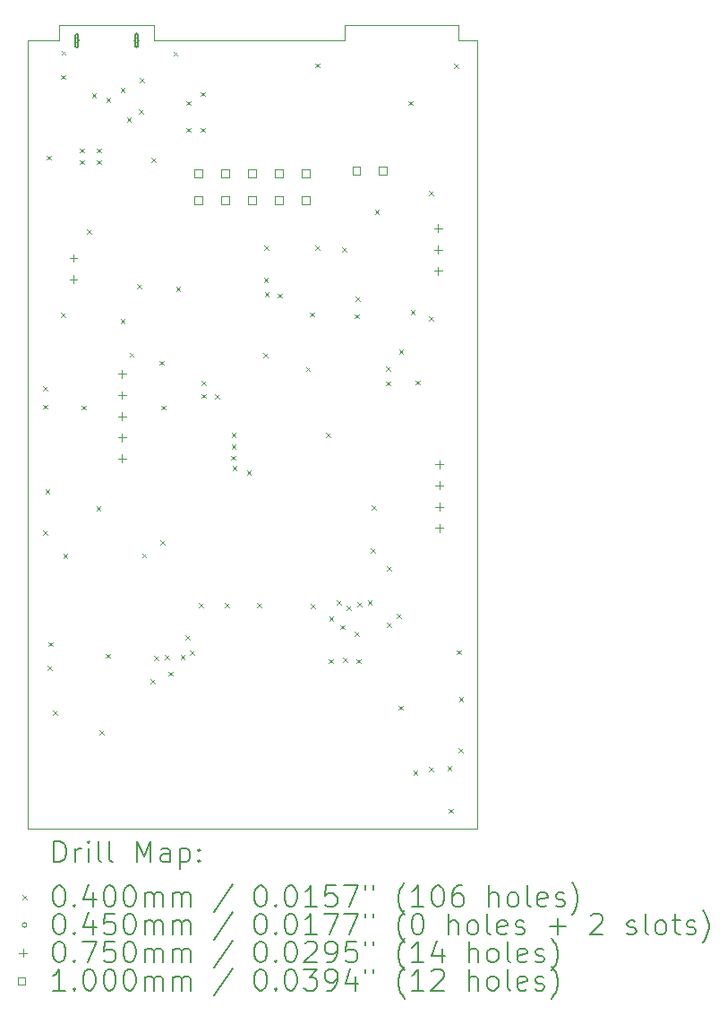
<source format=gbr>
%FSLAX45Y45*%
G04 Gerber Fmt 4.5, Leading zero omitted, Abs format (unit mm)*
G04 Created by KiCad (PCBNEW 6.0.5+dfsg-1) date 2022-06-12 19:50:50*
%MOMM*%
%LPD*%
G01*
G04 APERTURE LIST*
%TA.AperFunction,Profile*%
%ADD10C,0.100000*%
%TD*%
%ADD11C,0.200000*%
%ADD12C,0.040000*%
%ADD13C,0.045000*%
%ADD14C,0.075000*%
%ADD15C,0.100000*%
G04 APERTURE END LIST*
D10*
X18000000Y-3850000D02*
X19075000Y-3850000D01*
X18000000Y-3850000D02*
X18000000Y-4000000D01*
X15300000Y-4000000D02*
X15300000Y-3850000D01*
X19075000Y-4000000D02*
X19075000Y-3850000D01*
X15000000Y-4000000D02*
X15000000Y-11450000D01*
X19250000Y-4000000D02*
X19075000Y-4000000D01*
X15300000Y-3850000D02*
X16200000Y-3850000D01*
X15000000Y-4000000D02*
X15300000Y-4000000D01*
X15000000Y-11450000D02*
X19250000Y-11450000D01*
X16200000Y-4000000D02*
X18000000Y-4000000D01*
X19250000Y-11450000D02*
X19250000Y-4000000D01*
X16200000Y-3850000D02*
X16200000Y-4000000D01*
D11*
D12*
X15150000Y-7270000D02*
X15190000Y-7310000D01*
X15190000Y-7270000D02*
X15150000Y-7310000D01*
X15150000Y-7440000D02*
X15190000Y-7480000D01*
X15190000Y-7440000D02*
X15150000Y-7480000D01*
X15150000Y-8630000D02*
X15190000Y-8670000D01*
X15190000Y-8630000D02*
X15150000Y-8670000D01*
X15170000Y-8240000D02*
X15210000Y-8280000D01*
X15210000Y-8240000D02*
X15170000Y-8280000D01*
X15185000Y-5087500D02*
X15225000Y-5127500D01*
X15225000Y-5087500D02*
X15185000Y-5127500D01*
X15190000Y-9910000D02*
X15230000Y-9950000D01*
X15230000Y-9910000D02*
X15190000Y-9950000D01*
X15200000Y-9685000D02*
X15240000Y-9725000D01*
X15240000Y-9685000D02*
X15200000Y-9725000D01*
X15238750Y-10333750D02*
X15278750Y-10373750D01*
X15278750Y-10333750D02*
X15238750Y-10373750D01*
X15315000Y-4325000D02*
X15355000Y-4365000D01*
X15355000Y-4325000D02*
X15315000Y-4365000D01*
X15320000Y-6570000D02*
X15360000Y-6610000D01*
X15360000Y-6570000D02*
X15320000Y-6610000D01*
X15322773Y-4095310D02*
X15362773Y-4135310D01*
X15362773Y-4095310D02*
X15322773Y-4135310D01*
X15340000Y-8850000D02*
X15380000Y-8890000D01*
X15380000Y-8850000D02*
X15340000Y-8890000D01*
X15495000Y-5020000D02*
X15535000Y-5060000D01*
X15535000Y-5020000D02*
X15495000Y-5060000D01*
X15495000Y-5130000D02*
X15535000Y-5170000D01*
X15535000Y-5130000D02*
X15495000Y-5170000D01*
X15510000Y-7450000D02*
X15550000Y-7490000D01*
X15550000Y-7450000D02*
X15510000Y-7490000D01*
X15565000Y-5785000D02*
X15605000Y-5825000D01*
X15605000Y-5785000D02*
X15565000Y-5825000D01*
X15610179Y-4498393D02*
X15650179Y-4538393D01*
X15650179Y-4498393D02*
X15610179Y-4538393D01*
X15651511Y-8399051D02*
X15691511Y-8439051D01*
X15691511Y-8399051D02*
X15651511Y-8439051D01*
X15655000Y-5020000D02*
X15695000Y-5060000D01*
X15695000Y-5020000D02*
X15655000Y-5060000D01*
X15655000Y-5130000D02*
X15695000Y-5170000D01*
X15695000Y-5130000D02*
X15655000Y-5170000D01*
X15680000Y-10520000D02*
X15720000Y-10560000D01*
X15720000Y-10520000D02*
X15680000Y-10560000D01*
X15740000Y-9795000D02*
X15780000Y-9835000D01*
X15780000Y-9795000D02*
X15740000Y-9835000D01*
X15746270Y-4538730D02*
X15786270Y-4578730D01*
X15786270Y-4538730D02*
X15746270Y-4578730D01*
X15879730Y-4447270D02*
X15919730Y-4487270D01*
X15919730Y-4447270D02*
X15879730Y-4487270D01*
X15880000Y-6630000D02*
X15920000Y-6670000D01*
X15920000Y-6630000D02*
X15880000Y-6670000D01*
X15940000Y-4730000D02*
X15980000Y-4770000D01*
X15980000Y-4730000D02*
X15940000Y-4770000D01*
X15965000Y-6950000D02*
X16005000Y-6990000D01*
X16005000Y-6950000D02*
X15965000Y-6990000D01*
X16035000Y-6300000D02*
X16075000Y-6340000D01*
X16075000Y-6300000D02*
X16035000Y-6340000D01*
X16055000Y-4650000D02*
X16095000Y-4690000D01*
X16095000Y-4650000D02*
X16055000Y-4690000D01*
X16065000Y-4355000D02*
X16105000Y-4395000D01*
X16105000Y-4355000D02*
X16065000Y-4395000D01*
X16085000Y-8845000D02*
X16125000Y-8885000D01*
X16125000Y-8845000D02*
X16085000Y-8885000D01*
X16167116Y-10036399D02*
X16207116Y-10076399D01*
X16207116Y-10036399D02*
X16167116Y-10076399D01*
X16170000Y-5107500D02*
X16210000Y-5147500D01*
X16210000Y-5107500D02*
X16170000Y-5147500D01*
X16197590Y-9818384D02*
X16237590Y-9858384D01*
X16237590Y-9818384D02*
X16197590Y-9858384D01*
X16250000Y-7025000D02*
X16290000Y-7065000D01*
X16290000Y-7025000D02*
X16250000Y-7065000D01*
X16255000Y-8725000D02*
X16295000Y-8765000D01*
X16295000Y-8725000D02*
X16255000Y-8765000D01*
X16265000Y-7450000D02*
X16305000Y-7490000D01*
X16305000Y-7450000D02*
X16265000Y-7490000D01*
X16300000Y-9810000D02*
X16340000Y-9850000D01*
X16340000Y-9810000D02*
X16300000Y-9850000D01*
X16335278Y-9963949D02*
X16375278Y-10003949D01*
X16375278Y-9963949D02*
X16335278Y-10003949D01*
X16380000Y-4105000D02*
X16420000Y-4145000D01*
X16420000Y-4105000D02*
X16380000Y-4145000D01*
X16405000Y-6330000D02*
X16445000Y-6370000D01*
X16445000Y-6330000D02*
X16405000Y-6370000D01*
X16448093Y-9808273D02*
X16488093Y-9848273D01*
X16488093Y-9808273D02*
X16448093Y-9848273D01*
X16495000Y-9620000D02*
X16535000Y-9660000D01*
X16535000Y-9620000D02*
X16495000Y-9660000D01*
X16505000Y-4570000D02*
X16545000Y-4610000D01*
X16545000Y-4570000D02*
X16505000Y-4610000D01*
X16505000Y-4825000D02*
X16545000Y-4865000D01*
X16545000Y-4825000D02*
X16505000Y-4865000D01*
X16538770Y-9766230D02*
X16578770Y-9806230D01*
X16578770Y-9766230D02*
X16538770Y-9806230D01*
X16620000Y-9315000D02*
X16660000Y-9355000D01*
X16660000Y-9315000D02*
X16620000Y-9355000D01*
X16640000Y-4485000D02*
X16680000Y-4525000D01*
X16680000Y-4485000D02*
X16640000Y-4525000D01*
X16640000Y-4825000D02*
X16680000Y-4865000D01*
X16680000Y-4825000D02*
X16640000Y-4865000D01*
X16645000Y-7215000D02*
X16685000Y-7255000D01*
X16685000Y-7215000D02*
X16645000Y-7255000D01*
X16645000Y-7340000D02*
X16685000Y-7380000D01*
X16685000Y-7340000D02*
X16645000Y-7380000D01*
X16775000Y-7345000D02*
X16815000Y-7385000D01*
X16815000Y-7345000D02*
X16775000Y-7385000D01*
X16870000Y-9315000D02*
X16910000Y-9355000D01*
X16910000Y-9315000D02*
X16870000Y-9355000D01*
X16928211Y-7923197D02*
X16968211Y-7963197D01*
X16968211Y-7923197D02*
X16928211Y-7963197D01*
X16930000Y-7710000D02*
X16970000Y-7750000D01*
X16970000Y-7710000D02*
X16930000Y-7750000D01*
X16930000Y-7820000D02*
X16970000Y-7860000D01*
X16970000Y-7820000D02*
X16930000Y-7860000D01*
X16938655Y-8022600D02*
X16978655Y-8062600D01*
X16978655Y-8022600D02*
X16938655Y-8062600D01*
X17075000Y-8060000D02*
X17115000Y-8100000D01*
X17115000Y-8060000D02*
X17075000Y-8100000D01*
X17170000Y-9315000D02*
X17210000Y-9355000D01*
X17210000Y-9315000D02*
X17170000Y-9355000D01*
X17231230Y-6956230D02*
X17271230Y-6996230D01*
X17271230Y-6956230D02*
X17231230Y-6996230D01*
X17235000Y-6245000D02*
X17275000Y-6285000D01*
X17275000Y-6245000D02*
X17235000Y-6285000D01*
X17242550Y-5935000D02*
X17282550Y-5975000D01*
X17282550Y-5935000D02*
X17242550Y-5975000D01*
X17245000Y-6380000D02*
X17285000Y-6420000D01*
X17285000Y-6380000D02*
X17245000Y-6420000D01*
X17365000Y-6390000D02*
X17405000Y-6430000D01*
X17405000Y-6390000D02*
X17365000Y-6430000D01*
X17632500Y-7084433D02*
X17672500Y-7124433D01*
X17672500Y-7084433D02*
X17632500Y-7124433D01*
X17671401Y-6568861D02*
X17711401Y-6608861D01*
X17711401Y-6568861D02*
X17671401Y-6608861D01*
X17680000Y-9325000D02*
X17720000Y-9365000D01*
X17720000Y-9325000D02*
X17680000Y-9365000D01*
X17720000Y-4215000D02*
X17760000Y-4255000D01*
X17760000Y-4215000D02*
X17720000Y-4255000D01*
X17720000Y-5935000D02*
X17760000Y-5975000D01*
X17760000Y-5935000D02*
X17720000Y-5975000D01*
X17825000Y-7705000D02*
X17865000Y-7745000D01*
X17865000Y-7705000D02*
X17825000Y-7745000D01*
X17850000Y-9845000D02*
X17890000Y-9885000D01*
X17890000Y-9845000D02*
X17850000Y-9885000D01*
X17852500Y-9442500D02*
X17892500Y-9482500D01*
X17892500Y-9442500D02*
X17852500Y-9482500D01*
X17925000Y-9290000D02*
X17965000Y-9330000D01*
X17965000Y-9290000D02*
X17925000Y-9330000D01*
X17958441Y-9522450D02*
X17998441Y-9562450D01*
X17998441Y-9522450D02*
X17958441Y-9562450D01*
X17974852Y-5952833D02*
X18014852Y-5992833D01*
X18014852Y-5952833D02*
X17974852Y-5992833D01*
X17985000Y-9835000D02*
X18025000Y-9875000D01*
X18025000Y-9835000D02*
X17985000Y-9875000D01*
X18020000Y-9340000D02*
X18060000Y-9380000D01*
X18060000Y-9340000D02*
X18020000Y-9380000D01*
X18095000Y-6585000D02*
X18135000Y-6625000D01*
X18135000Y-6585000D02*
X18095000Y-6625000D01*
X18095000Y-9585000D02*
X18135000Y-9625000D01*
X18135000Y-9585000D02*
X18095000Y-9625000D01*
X18105000Y-6422500D02*
X18145000Y-6462500D01*
X18145000Y-6422500D02*
X18105000Y-6462500D01*
X18110000Y-9845000D02*
X18150000Y-9885000D01*
X18150000Y-9845000D02*
X18110000Y-9885000D01*
X18120000Y-9305000D02*
X18160000Y-9345000D01*
X18160000Y-9305000D02*
X18120000Y-9345000D01*
X18218448Y-9287737D02*
X18258448Y-9327737D01*
X18258448Y-9287737D02*
X18218448Y-9327737D01*
X18250000Y-8800000D02*
X18290000Y-8840000D01*
X18290000Y-8800000D02*
X18250000Y-8840000D01*
X18255000Y-8395000D02*
X18295000Y-8435000D01*
X18295000Y-8395000D02*
X18255000Y-8435000D01*
X18285000Y-5600000D02*
X18325000Y-5640000D01*
X18325000Y-5600000D02*
X18285000Y-5640000D01*
X18390000Y-7080000D02*
X18430000Y-7120000D01*
X18430000Y-7080000D02*
X18390000Y-7120000D01*
X18390000Y-7220000D02*
X18430000Y-7260000D01*
X18430000Y-7220000D02*
X18390000Y-7260000D01*
X18397401Y-9500000D02*
X18437401Y-9540000D01*
X18437401Y-9500000D02*
X18397401Y-9540000D01*
X18400000Y-8970000D02*
X18440000Y-9010000D01*
X18440000Y-8970000D02*
X18400000Y-9010000D01*
X18495000Y-9415000D02*
X18535000Y-9455000D01*
X18535000Y-9415000D02*
X18495000Y-9455000D01*
X18510000Y-10285000D02*
X18550000Y-10325000D01*
X18550000Y-10285000D02*
X18510000Y-10325000D01*
X18512937Y-6917379D02*
X18552937Y-6957379D01*
X18552937Y-6917379D02*
X18512937Y-6957379D01*
X18600000Y-4570000D02*
X18640000Y-4610000D01*
X18640000Y-4570000D02*
X18600000Y-4610000D01*
X18625000Y-6550000D02*
X18665000Y-6590000D01*
X18665000Y-6550000D02*
X18625000Y-6590000D01*
X18650000Y-10900000D02*
X18690000Y-10940000D01*
X18690000Y-10900000D02*
X18650000Y-10940000D01*
X18672450Y-7212003D02*
X18712450Y-7252003D01*
X18712450Y-7212003D02*
X18672450Y-7252003D01*
X18794841Y-5421086D02*
X18834841Y-5461086D01*
X18834841Y-5421086D02*
X18794841Y-5461086D01*
X18794952Y-6608595D02*
X18834952Y-6648595D01*
X18834952Y-6608595D02*
X18794952Y-6648595D01*
X18800000Y-10865000D02*
X18840000Y-10905000D01*
X18840000Y-10865000D02*
X18800000Y-10905000D01*
X18970000Y-10855000D02*
X19010000Y-10895000D01*
X19010000Y-10855000D02*
X18970000Y-10895000D01*
X18985000Y-11260000D02*
X19025000Y-11300000D01*
X19025000Y-11260000D02*
X18985000Y-11300000D01*
X19035000Y-4220000D02*
X19075000Y-4260000D01*
X19075000Y-4220000D02*
X19035000Y-4260000D01*
X19060000Y-9760000D02*
X19100000Y-9800000D01*
X19100000Y-9760000D02*
X19060000Y-9800000D01*
X19080000Y-10685000D02*
X19120000Y-10725000D01*
X19120000Y-10685000D02*
X19080000Y-10725000D01*
X19080525Y-10206409D02*
X19120525Y-10246409D01*
X19120525Y-10206409D02*
X19080525Y-10246409D01*
D13*
X15490000Y-4000000D02*
G75*
G03*
X15490000Y-4000000I-22500J0D01*
G01*
D11*
X15455000Y-3945000D02*
X15455000Y-4055000D01*
X15480000Y-3945000D02*
X15480000Y-4055000D01*
X15455000Y-4055000D02*
G75*
G03*
X15480000Y-4055000I12500J0D01*
G01*
X15480000Y-3945000D02*
G75*
G03*
X15455000Y-3945000I-12500J0D01*
G01*
D13*
X16055000Y-4000000D02*
G75*
G03*
X16055000Y-4000000I-22500J0D01*
G01*
D11*
X16020000Y-3945000D02*
X16020000Y-4055000D01*
X16045000Y-3945000D02*
X16045000Y-4055000D01*
X16020000Y-4055000D02*
G75*
G03*
X16045000Y-4055000I12500J0D01*
G01*
X16045000Y-3945000D02*
G75*
G03*
X16020000Y-3945000I-12500J0D01*
G01*
D14*
X15435000Y-6017500D02*
X15435000Y-6092500D01*
X15397500Y-6055000D02*
X15472500Y-6055000D01*
X15435000Y-6217500D02*
X15435000Y-6292500D01*
X15397500Y-6255000D02*
X15472500Y-6255000D01*
X15895000Y-7112500D02*
X15895000Y-7187500D01*
X15857500Y-7150000D02*
X15932500Y-7150000D01*
X15895000Y-7312500D02*
X15895000Y-7387500D01*
X15857500Y-7350000D02*
X15932500Y-7350000D01*
X15895000Y-7512500D02*
X15895000Y-7587500D01*
X15857500Y-7550000D02*
X15932500Y-7550000D01*
X15895000Y-7712500D02*
X15895000Y-7787500D01*
X15857500Y-7750000D02*
X15932500Y-7750000D01*
X15895000Y-7912500D02*
X15895000Y-7987500D01*
X15857500Y-7950000D02*
X15932500Y-7950000D01*
X18885000Y-5737500D02*
X18885000Y-5812500D01*
X18847500Y-5775000D02*
X18922500Y-5775000D01*
X18885000Y-5937500D02*
X18885000Y-6012500D01*
X18847500Y-5975000D02*
X18922500Y-5975000D01*
X18885000Y-6137500D02*
X18885000Y-6212500D01*
X18847500Y-6175000D02*
X18922500Y-6175000D01*
X18895000Y-7967500D02*
X18895000Y-8042500D01*
X18857500Y-8005000D02*
X18932500Y-8005000D01*
X18895000Y-8167500D02*
X18895000Y-8242500D01*
X18857500Y-8205000D02*
X18932500Y-8205000D01*
X18895000Y-8367500D02*
X18895000Y-8442500D01*
X18857500Y-8405000D02*
X18932500Y-8405000D01*
X18895000Y-8567500D02*
X18895000Y-8642500D01*
X18857500Y-8605000D02*
X18932500Y-8605000D01*
D15*
X16652356Y-5291356D02*
X16652356Y-5220644D01*
X16581644Y-5220644D01*
X16581644Y-5291356D01*
X16652356Y-5291356D01*
X16652356Y-5545356D02*
X16652356Y-5474644D01*
X16581644Y-5474644D01*
X16581644Y-5545356D01*
X16652356Y-5545356D01*
X16906356Y-5291356D02*
X16906356Y-5220644D01*
X16835644Y-5220644D01*
X16835644Y-5291356D01*
X16906356Y-5291356D01*
X16906356Y-5545356D02*
X16906356Y-5474644D01*
X16835644Y-5474644D01*
X16835644Y-5545356D01*
X16906356Y-5545356D01*
X17160356Y-5291356D02*
X17160356Y-5220644D01*
X17089644Y-5220644D01*
X17089644Y-5291356D01*
X17160356Y-5291356D01*
X17160356Y-5545356D02*
X17160356Y-5474644D01*
X17089644Y-5474644D01*
X17089644Y-5545356D01*
X17160356Y-5545356D01*
X17414356Y-5291356D02*
X17414356Y-5220644D01*
X17343644Y-5220644D01*
X17343644Y-5291356D01*
X17414356Y-5291356D01*
X17414356Y-5545356D02*
X17414356Y-5474644D01*
X17343644Y-5474644D01*
X17343644Y-5545356D01*
X17414356Y-5545356D01*
X17668356Y-5291356D02*
X17668356Y-5220644D01*
X17597644Y-5220644D01*
X17597644Y-5291356D01*
X17668356Y-5291356D01*
X17668356Y-5545356D02*
X17668356Y-5474644D01*
X17597644Y-5474644D01*
X17597644Y-5545356D01*
X17668356Y-5545356D01*
X18145356Y-5265356D02*
X18145356Y-5194644D01*
X18074644Y-5194644D01*
X18074644Y-5265356D01*
X18145356Y-5265356D01*
X18395356Y-5265356D02*
X18395356Y-5194644D01*
X18324644Y-5194644D01*
X18324644Y-5265356D01*
X18395356Y-5265356D01*
D11*
X15252619Y-11765476D02*
X15252619Y-11565476D01*
X15300238Y-11565476D01*
X15328809Y-11575000D01*
X15347857Y-11594048D01*
X15357381Y-11613095D01*
X15366905Y-11651190D01*
X15366905Y-11679762D01*
X15357381Y-11717857D01*
X15347857Y-11736905D01*
X15328809Y-11755952D01*
X15300238Y-11765476D01*
X15252619Y-11765476D01*
X15452619Y-11765476D02*
X15452619Y-11632143D01*
X15452619Y-11670238D02*
X15462143Y-11651190D01*
X15471667Y-11641667D01*
X15490714Y-11632143D01*
X15509762Y-11632143D01*
X15576428Y-11765476D02*
X15576428Y-11632143D01*
X15576428Y-11565476D02*
X15566905Y-11575000D01*
X15576428Y-11584524D01*
X15585952Y-11575000D01*
X15576428Y-11565476D01*
X15576428Y-11584524D01*
X15700238Y-11765476D02*
X15681190Y-11755952D01*
X15671667Y-11736905D01*
X15671667Y-11565476D01*
X15805000Y-11765476D02*
X15785952Y-11755952D01*
X15776428Y-11736905D01*
X15776428Y-11565476D01*
X16033571Y-11765476D02*
X16033571Y-11565476D01*
X16100238Y-11708333D01*
X16166905Y-11565476D01*
X16166905Y-11765476D01*
X16347857Y-11765476D02*
X16347857Y-11660714D01*
X16338333Y-11641667D01*
X16319286Y-11632143D01*
X16281190Y-11632143D01*
X16262143Y-11641667D01*
X16347857Y-11755952D02*
X16328809Y-11765476D01*
X16281190Y-11765476D01*
X16262143Y-11755952D01*
X16252619Y-11736905D01*
X16252619Y-11717857D01*
X16262143Y-11698809D01*
X16281190Y-11689286D01*
X16328809Y-11689286D01*
X16347857Y-11679762D01*
X16443095Y-11632143D02*
X16443095Y-11832143D01*
X16443095Y-11641667D02*
X16462143Y-11632143D01*
X16500238Y-11632143D01*
X16519286Y-11641667D01*
X16528809Y-11651190D01*
X16538333Y-11670238D01*
X16538333Y-11727381D01*
X16528809Y-11746428D01*
X16519286Y-11755952D01*
X16500238Y-11765476D01*
X16462143Y-11765476D01*
X16443095Y-11755952D01*
X16624048Y-11746428D02*
X16633571Y-11755952D01*
X16624048Y-11765476D01*
X16614524Y-11755952D01*
X16624048Y-11746428D01*
X16624048Y-11765476D01*
X16624048Y-11641667D02*
X16633571Y-11651190D01*
X16624048Y-11660714D01*
X16614524Y-11651190D01*
X16624048Y-11641667D01*
X16624048Y-11660714D01*
D12*
X14955000Y-12075000D02*
X14995000Y-12115000D01*
X14995000Y-12075000D02*
X14955000Y-12115000D01*
D11*
X15290714Y-11985476D02*
X15309762Y-11985476D01*
X15328809Y-11995000D01*
X15338333Y-12004524D01*
X15347857Y-12023571D01*
X15357381Y-12061667D01*
X15357381Y-12109286D01*
X15347857Y-12147381D01*
X15338333Y-12166428D01*
X15328809Y-12175952D01*
X15309762Y-12185476D01*
X15290714Y-12185476D01*
X15271667Y-12175952D01*
X15262143Y-12166428D01*
X15252619Y-12147381D01*
X15243095Y-12109286D01*
X15243095Y-12061667D01*
X15252619Y-12023571D01*
X15262143Y-12004524D01*
X15271667Y-11995000D01*
X15290714Y-11985476D01*
X15443095Y-12166428D02*
X15452619Y-12175952D01*
X15443095Y-12185476D01*
X15433571Y-12175952D01*
X15443095Y-12166428D01*
X15443095Y-12185476D01*
X15624048Y-12052143D02*
X15624048Y-12185476D01*
X15576428Y-11975952D02*
X15528809Y-12118809D01*
X15652619Y-12118809D01*
X15766905Y-11985476D02*
X15785952Y-11985476D01*
X15805000Y-11995000D01*
X15814524Y-12004524D01*
X15824048Y-12023571D01*
X15833571Y-12061667D01*
X15833571Y-12109286D01*
X15824048Y-12147381D01*
X15814524Y-12166428D01*
X15805000Y-12175952D01*
X15785952Y-12185476D01*
X15766905Y-12185476D01*
X15747857Y-12175952D01*
X15738333Y-12166428D01*
X15728809Y-12147381D01*
X15719286Y-12109286D01*
X15719286Y-12061667D01*
X15728809Y-12023571D01*
X15738333Y-12004524D01*
X15747857Y-11995000D01*
X15766905Y-11985476D01*
X15957381Y-11985476D02*
X15976428Y-11985476D01*
X15995476Y-11995000D01*
X16005000Y-12004524D01*
X16014524Y-12023571D01*
X16024048Y-12061667D01*
X16024048Y-12109286D01*
X16014524Y-12147381D01*
X16005000Y-12166428D01*
X15995476Y-12175952D01*
X15976428Y-12185476D01*
X15957381Y-12185476D01*
X15938333Y-12175952D01*
X15928809Y-12166428D01*
X15919286Y-12147381D01*
X15909762Y-12109286D01*
X15909762Y-12061667D01*
X15919286Y-12023571D01*
X15928809Y-12004524D01*
X15938333Y-11995000D01*
X15957381Y-11985476D01*
X16109762Y-12185476D02*
X16109762Y-12052143D01*
X16109762Y-12071190D02*
X16119286Y-12061667D01*
X16138333Y-12052143D01*
X16166905Y-12052143D01*
X16185952Y-12061667D01*
X16195476Y-12080714D01*
X16195476Y-12185476D01*
X16195476Y-12080714D02*
X16205000Y-12061667D01*
X16224048Y-12052143D01*
X16252619Y-12052143D01*
X16271667Y-12061667D01*
X16281190Y-12080714D01*
X16281190Y-12185476D01*
X16376428Y-12185476D02*
X16376428Y-12052143D01*
X16376428Y-12071190D02*
X16385952Y-12061667D01*
X16405000Y-12052143D01*
X16433571Y-12052143D01*
X16452619Y-12061667D01*
X16462143Y-12080714D01*
X16462143Y-12185476D01*
X16462143Y-12080714D02*
X16471667Y-12061667D01*
X16490714Y-12052143D01*
X16519286Y-12052143D01*
X16538333Y-12061667D01*
X16547857Y-12080714D01*
X16547857Y-12185476D01*
X16938333Y-11975952D02*
X16766905Y-12233095D01*
X17195476Y-11985476D02*
X17214524Y-11985476D01*
X17233571Y-11995000D01*
X17243095Y-12004524D01*
X17252619Y-12023571D01*
X17262143Y-12061667D01*
X17262143Y-12109286D01*
X17252619Y-12147381D01*
X17243095Y-12166428D01*
X17233571Y-12175952D01*
X17214524Y-12185476D01*
X17195476Y-12185476D01*
X17176429Y-12175952D01*
X17166905Y-12166428D01*
X17157381Y-12147381D01*
X17147857Y-12109286D01*
X17147857Y-12061667D01*
X17157381Y-12023571D01*
X17166905Y-12004524D01*
X17176429Y-11995000D01*
X17195476Y-11985476D01*
X17347857Y-12166428D02*
X17357381Y-12175952D01*
X17347857Y-12185476D01*
X17338333Y-12175952D01*
X17347857Y-12166428D01*
X17347857Y-12185476D01*
X17481190Y-11985476D02*
X17500238Y-11985476D01*
X17519286Y-11995000D01*
X17528810Y-12004524D01*
X17538333Y-12023571D01*
X17547857Y-12061667D01*
X17547857Y-12109286D01*
X17538333Y-12147381D01*
X17528810Y-12166428D01*
X17519286Y-12175952D01*
X17500238Y-12185476D01*
X17481190Y-12185476D01*
X17462143Y-12175952D01*
X17452619Y-12166428D01*
X17443095Y-12147381D01*
X17433571Y-12109286D01*
X17433571Y-12061667D01*
X17443095Y-12023571D01*
X17452619Y-12004524D01*
X17462143Y-11995000D01*
X17481190Y-11985476D01*
X17738333Y-12185476D02*
X17624048Y-12185476D01*
X17681190Y-12185476D02*
X17681190Y-11985476D01*
X17662143Y-12014048D01*
X17643095Y-12033095D01*
X17624048Y-12042619D01*
X17919286Y-11985476D02*
X17824048Y-11985476D01*
X17814524Y-12080714D01*
X17824048Y-12071190D01*
X17843095Y-12061667D01*
X17890714Y-12061667D01*
X17909762Y-12071190D01*
X17919286Y-12080714D01*
X17928810Y-12099762D01*
X17928810Y-12147381D01*
X17919286Y-12166428D01*
X17909762Y-12175952D01*
X17890714Y-12185476D01*
X17843095Y-12185476D01*
X17824048Y-12175952D01*
X17814524Y-12166428D01*
X17995476Y-11985476D02*
X18128810Y-11985476D01*
X18043095Y-12185476D01*
X18195476Y-11985476D02*
X18195476Y-12023571D01*
X18271667Y-11985476D02*
X18271667Y-12023571D01*
X18566905Y-12261667D02*
X18557381Y-12252143D01*
X18538333Y-12223571D01*
X18528810Y-12204524D01*
X18519286Y-12175952D01*
X18509762Y-12128333D01*
X18509762Y-12090238D01*
X18519286Y-12042619D01*
X18528810Y-12014048D01*
X18538333Y-11995000D01*
X18557381Y-11966428D01*
X18566905Y-11956905D01*
X18747857Y-12185476D02*
X18633571Y-12185476D01*
X18690714Y-12185476D02*
X18690714Y-11985476D01*
X18671667Y-12014048D01*
X18652619Y-12033095D01*
X18633571Y-12042619D01*
X18871667Y-11985476D02*
X18890714Y-11985476D01*
X18909762Y-11995000D01*
X18919286Y-12004524D01*
X18928810Y-12023571D01*
X18938333Y-12061667D01*
X18938333Y-12109286D01*
X18928810Y-12147381D01*
X18919286Y-12166428D01*
X18909762Y-12175952D01*
X18890714Y-12185476D01*
X18871667Y-12185476D01*
X18852619Y-12175952D01*
X18843095Y-12166428D01*
X18833571Y-12147381D01*
X18824048Y-12109286D01*
X18824048Y-12061667D01*
X18833571Y-12023571D01*
X18843095Y-12004524D01*
X18852619Y-11995000D01*
X18871667Y-11985476D01*
X19109762Y-11985476D02*
X19071667Y-11985476D01*
X19052619Y-11995000D01*
X19043095Y-12004524D01*
X19024048Y-12033095D01*
X19014524Y-12071190D01*
X19014524Y-12147381D01*
X19024048Y-12166428D01*
X19033571Y-12175952D01*
X19052619Y-12185476D01*
X19090714Y-12185476D01*
X19109762Y-12175952D01*
X19119286Y-12166428D01*
X19128810Y-12147381D01*
X19128810Y-12099762D01*
X19119286Y-12080714D01*
X19109762Y-12071190D01*
X19090714Y-12061667D01*
X19052619Y-12061667D01*
X19033571Y-12071190D01*
X19024048Y-12080714D01*
X19014524Y-12099762D01*
X19366905Y-12185476D02*
X19366905Y-11985476D01*
X19452619Y-12185476D02*
X19452619Y-12080714D01*
X19443095Y-12061667D01*
X19424048Y-12052143D01*
X19395476Y-12052143D01*
X19376429Y-12061667D01*
X19366905Y-12071190D01*
X19576429Y-12185476D02*
X19557381Y-12175952D01*
X19547857Y-12166428D01*
X19538333Y-12147381D01*
X19538333Y-12090238D01*
X19547857Y-12071190D01*
X19557381Y-12061667D01*
X19576429Y-12052143D01*
X19605000Y-12052143D01*
X19624048Y-12061667D01*
X19633571Y-12071190D01*
X19643095Y-12090238D01*
X19643095Y-12147381D01*
X19633571Y-12166428D01*
X19624048Y-12175952D01*
X19605000Y-12185476D01*
X19576429Y-12185476D01*
X19757381Y-12185476D02*
X19738333Y-12175952D01*
X19728810Y-12156905D01*
X19728810Y-11985476D01*
X19909762Y-12175952D02*
X19890714Y-12185476D01*
X19852619Y-12185476D01*
X19833571Y-12175952D01*
X19824048Y-12156905D01*
X19824048Y-12080714D01*
X19833571Y-12061667D01*
X19852619Y-12052143D01*
X19890714Y-12052143D01*
X19909762Y-12061667D01*
X19919286Y-12080714D01*
X19919286Y-12099762D01*
X19824048Y-12118809D01*
X19995476Y-12175952D02*
X20014524Y-12185476D01*
X20052619Y-12185476D01*
X20071667Y-12175952D01*
X20081190Y-12156905D01*
X20081190Y-12147381D01*
X20071667Y-12128333D01*
X20052619Y-12118809D01*
X20024048Y-12118809D01*
X20005000Y-12109286D01*
X19995476Y-12090238D01*
X19995476Y-12080714D01*
X20005000Y-12061667D01*
X20024048Y-12052143D01*
X20052619Y-12052143D01*
X20071667Y-12061667D01*
X20147857Y-12261667D02*
X20157381Y-12252143D01*
X20176429Y-12223571D01*
X20185952Y-12204524D01*
X20195476Y-12175952D01*
X20205000Y-12128333D01*
X20205000Y-12090238D01*
X20195476Y-12042619D01*
X20185952Y-12014048D01*
X20176429Y-11995000D01*
X20157381Y-11966428D01*
X20147857Y-11956905D01*
D13*
X14995000Y-12359000D02*
G75*
G03*
X14995000Y-12359000I-22500J0D01*
G01*
D11*
X15290714Y-12249476D02*
X15309762Y-12249476D01*
X15328809Y-12259000D01*
X15338333Y-12268524D01*
X15347857Y-12287571D01*
X15357381Y-12325667D01*
X15357381Y-12373286D01*
X15347857Y-12411381D01*
X15338333Y-12430428D01*
X15328809Y-12439952D01*
X15309762Y-12449476D01*
X15290714Y-12449476D01*
X15271667Y-12439952D01*
X15262143Y-12430428D01*
X15252619Y-12411381D01*
X15243095Y-12373286D01*
X15243095Y-12325667D01*
X15252619Y-12287571D01*
X15262143Y-12268524D01*
X15271667Y-12259000D01*
X15290714Y-12249476D01*
X15443095Y-12430428D02*
X15452619Y-12439952D01*
X15443095Y-12449476D01*
X15433571Y-12439952D01*
X15443095Y-12430428D01*
X15443095Y-12449476D01*
X15624048Y-12316143D02*
X15624048Y-12449476D01*
X15576428Y-12239952D02*
X15528809Y-12382809D01*
X15652619Y-12382809D01*
X15824048Y-12249476D02*
X15728809Y-12249476D01*
X15719286Y-12344714D01*
X15728809Y-12335190D01*
X15747857Y-12325667D01*
X15795476Y-12325667D01*
X15814524Y-12335190D01*
X15824048Y-12344714D01*
X15833571Y-12363762D01*
X15833571Y-12411381D01*
X15824048Y-12430428D01*
X15814524Y-12439952D01*
X15795476Y-12449476D01*
X15747857Y-12449476D01*
X15728809Y-12439952D01*
X15719286Y-12430428D01*
X15957381Y-12249476D02*
X15976428Y-12249476D01*
X15995476Y-12259000D01*
X16005000Y-12268524D01*
X16014524Y-12287571D01*
X16024048Y-12325667D01*
X16024048Y-12373286D01*
X16014524Y-12411381D01*
X16005000Y-12430428D01*
X15995476Y-12439952D01*
X15976428Y-12449476D01*
X15957381Y-12449476D01*
X15938333Y-12439952D01*
X15928809Y-12430428D01*
X15919286Y-12411381D01*
X15909762Y-12373286D01*
X15909762Y-12325667D01*
X15919286Y-12287571D01*
X15928809Y-12268524D01*
X15938333Y-12259000D01*
X15957381Y-12249476D01*
X16109762Y-12449476D02*
X16109762Y-12316143D01*
X16109762Y-12335190D02*
X16119286Y-12325667D01*
X16138333Y-12316143D01*
X16166905Y-12316143D01*
X16185952Y-12325667D01*
X16195476Y-12344714D01*
X16195476Y-12449476D01*
X16195476Y-12344714D02*
X16205000Y-12325667D01*
X16224048Y-12316143D01*
X16252619Y-12316143D01*
X16271667Y-12325667D01*
X16281190Y-12344714D01*
X16281190Y-12449476D01*
X16376428Y-12449476D02*
X16376428Y-12316143D01*
X16376428Y-12335190D02*
X16385952Y-12325667D01*
X16405000Y-12316143D01*
X16433571Y-12316143D01*
X16452619Y-12325667D01*
X16462143Y-12344714D01*
X16462143Y-12449476D01*
X16462143Y-12344714D02*
X16471667Y-12325667D01*
X16490714Y-12316143D01*
X16519286Y-12316143D01*
X16538333Y-12325667D01*
X16547857Y-12344714D01*
X16547857Y-12449476D01*
X16938333Y-12239952D02*
X16766905Y-12497095D01*
X17195476Y-12249476D02*
X17214524Y-12249476D01*
X17233571Y-12259000D01*
X17243095Y-12268524D01*
X17252619Y-12287571D01*
X17262143Y-12325667D01*
X17262143Y-12373286D01*
X17252619Y-12411381D01*
X17243095Y-12430428D01*
X17233571Y-12439952D01*
X17214524Y-12449476D01*
X17195476Y-12449476D01*
X17176429Y-12439952D01*
X17166905Y-12430428D01*
X17157381Y-12411381D01*
X17147857Y-12373286D01*
X17147857Y-12325667D01*
X17157381Y-12287571D01*
X17166905Y-12268524D01*
X17176429Y-12259000D01*
X17195476Y-12249476D01*
X17347857Y-12430428D02*
X17357381Y-12439952D01*
X17347857Y-12449476D01*
X17338333Y-12439952D01*
X17347857Y-12430428D01*
X17347857Y-12449476D01*
X17481190Y-12249476D02*
X17500238Y-12249476D01*
X17519286Y-12259000D01*
X17528810Y-12268524D01*
X17538333Y-12287571D01*
X17547857Y-12325667D01*
X17547857Y-12373286D01*
X17538333Y-12411381D01*
X17528810Y-12430428D01*
X17519286Y-12439952D01*
X17500238Y-12449476D01*
X17481190Y-12449476D01*
X17462143Y-12439952D01*
X17452619Y-12430428D01*
X17443095Y-12411381D01*
X17433571Y-12373286D01*
X17433571Y-12325667D01*
X17443095Y-12287571D01*
X17452619Y-12268524D01*
X17462143Y-12259000D01*
X17481190Y-12249476D01*
X17738333Y-12449476D02*
X17624048Y-12449476D01*
X17681190Y-12449476D02*
X17681190Y-12249476D01*
X17662143Y-12278048D01*
X17643095Y-12297095D01*
X17624048Y-12306619D01*
X17805000Y-12249476D02*
X17938333Y-12249476D01*
X17852619Y-12449476D01*
X17995476Y-12249476D02*
X18128810Y-12249476D01*
X18043095Y-12449476D01*
X18195476Y-12249476D02*
X18195476Y-12287571D01*
X18271667Y-12249476D02*
X18271667Y-12287571D01*
X18566905Y-12525667D02*
X18557381Y-12516143D01*
X18538333Y-12487571D01*
X18528810Y-12468524D01*
X18519286Y-12439952D01*
X18509762Y-12392333D01*
X18509762Y-12354238D01*
X18519286Y-12306619D01*
X18528810Y-12278048D01*
X18538333Y-12259000D01*
X18557381Y-12230428D01*
X18566905Y-12220905D01*
X18681190Y-12249476D02*
X18700238Y-12249476D01*
X18719286Y-12259000D01*
X18728810Y-12268524D01*
X18738333Y-12287571D01*
X18747857Y-12325667D01*
X18747857Y-12373286D01*
X18738333Y-12411381D01*
X18728810Y-12430428D01*
X18719286Y-12439952D01*
X18700238Y-12449476D01*
X18681190Y-12449476D01*
X18662143Y-12439952D01*
X18652619Y-12430428D01*
X18643095Y-12411381D01*
X18633571Y-12373286D01*
X18633571Y-12325667D01*
X18643095Y-12287571D01*
X18652619Y-12268524D01*
X18662143Y-12259000D01*
X18681190Y-12249476D01*
X18985952Y-12449476D02*
X18985952Y-12249476D01*
X19071667Y-12449476D02*
X19071667Y-12344714D01*
X19062143Y-12325667D01*
X19043095Y-12316143D01*
X19014524Y-12316143D01*
X18995476Y-12325667D01*
X18985952Y-12335190D01*
X19195476Y-12449476D02*
X19176429Y-12439952D01*
X19166905Y-12430428D01*
X19157381Y-12411381D01*
X19157381Y-12354238D01*
X19166905Y-12335190D01*
X19176429Y-12325667D01*
X19195476Y-12316143D01*
X19224048Y-12316143D01*
X19243095Y-12325667D01*
X19252619Y-12335190D01*
X19262143Y-12354238D01*
X19262143Y-12411381D01*
X19252619Y-12430428D01*
X19243095Y-12439952D01*
X19224048Y-12449476D01*
X19195476Y-12449476D01*
X19376429Y-12449476D02*
X19357381Y-12439952D01*
X19347857Y-12420905D01*
X19347857Y-12249476D01*
X19528810Y-12439952D02*
X19509762Y-12449476D01*
X19471667Y-12449476D01*
X19452619Y-12439952D01*
X19443095Y-12420905D01*
X19443095Y-12344714D01*
X19452619Y-12325667D01*
X19471667Y-12316143D01*
X19509762Y-12316143D01*
X19528810Y-12325667D01*
X19538333Y-12344714D01*
X19538333Y-12363762D01*
X19443095Y-12382809D01*
X19614524Y-12439952D02*
X19633571Y-12449476D01*
X19671667Y-12449476D01*
X19690714Y-12439952D01*
X19700238Y-12420905D01*
X19700238Y-12411381D01*
X19690714Y-12392333D01*
X19671667Y-12382809D01*
X19643095Y-12382809D01*
X19624048Y-12373286D01*
X19614524Y-12354238D01*
X19614524Y-12344714D01*
X19624048Y-12325667D01*
X19643095Y-12316143D01*
X19671667Y-12316143D01*
X19690714Y-12325667D01*
X19938333Y-12373286D02*
X20090714Y-12373286D01*
X20014524Y-12449476D02*
X20014524Y-12297095D01*
X20328810Y-12268524D02*
X20338333Y-12259000D01*
X20357381Y-12249476D01*
X20405000Y-12249476D01*
X20424048Y-12259000D01*
X20433571Y-12268524D01*
X20443095Y-12287571D01*
X20443095Y-12306619D01*
X20433571Y-12335190D01*
X20319286Y-12449476D01*
X20443095Y-12449476D01*
X20671667Y-12439952D02*
X20690714Y-12449476D01*
X20728810Y-12449476D01*
X20747857Y-12439952D01*
X20757381Y-12420905D01*
X20757381Y-12411381D01*
X20747857Y-12392333D01*
X20728810Y-12382809D01*
X20700238Y-12382809D01*
X20681190Y-12373286D01*
X20671667Y-12354238D01*
X20671667Y-12344714D01*
X20681190Y-12325667D01*
X20700238Y-12316143D01*
X20728810Y-12316143D01*
X20747857Y-12325667D01*
X20871667Y-12449476D02*
X20852619Y-12439952D01*
X20843095Y-12420905D01*
X20843095Y-12249476D01*
X20976429Y-12449476D02*
X20957381Y-12439952D01*
X20947857Y-12430428D01*
X20938333Y-12411381D01*
X20938333Y-12354238D01*
X20947857Y-12335190D01*
X20957381Y-12325667D01*
X20976429Y-12316143D01*
X21005000Y-12316143D01*
X21024048Y-12325667D01*
X21033571Y-12335190D01*
X21043095Y-12354238D01*
X21043095Y-12411381D01*
X21033571Y-12430428D01*
X21024048Y-12439952D01*
X21005000Y-12449476D01*
X20976429Y-12449476D01*
X21100238Y-12316143D02*
X21176429Y-12316143D01*
X21128810Y-12249476D02*
X21128810Y-12420905D01*
X21138333Y-12439952D01*
X21157381Y-12449476D01*
X21176429Y-12449476D01*
X21233571Y-12439952D02*
X21252619Y-12449476D01*
X21290714Y-12449476D01*
X21309762Y-12439952D01*
X21319286Y-12420905D01*
X21319286Y-12411381D01*
X21309762Y-12392333D01*
X21290714Y-12382809D01*
X21262143Y-12382809D01*
X21243095Y-12373286D01*
X21233571Y-12354238D01*
X21233571Y-12344714D01*
X21243095Y-12325667D01*
X21262143Y-12316143D01*
X21290714Y-12316143D01*
X21309762Y-12325667D01*
X21385952Y-12525667D02*
X21395476Y-12516143D01*
X21414524Y-12487571D01*
X21424048Y-12468524D01*
X21433571Y-12439952D01*
X21443095Y-12392333D01*
X21443095Y-12354238D01*
X21433571Y-12306619D01*
X21424048Y-12278048D01*
X21414524Y-12259000D01*
X21395476Y-12230428D01*
X21385952Y-12220905D01*
D14*
X14957500Y-12585500D02*
X14957500Y-12660500D01*
X14920000Y-12623000D02*
X14995000Y-12623000D01*
D11*
X15290714Y-12513476D02*
X15309762Y-12513476D01*
X15328809Y-12523000D01*
X15338333Y-12532524D01*
X15347857Y-12551571D01*
X15357381Y-12589667D01*
X15357381Y-12637286D01*
X15347857Y-12675381D01*
X15338333Y-12694428D01*
X15328809Y-12703952D01*
X15309762Y-12713476D01*
X15290714Y-12713476D01*
X15271667Y-12703952D01*
X15262143Y-12694428D01*
X15252619Y-12675381D01*
X15243095Y-12637286D01*
X15243095Y-12589667D01*
X15252619Y-12551571D01*
X15262143Y-12532524D01*
X15271667Y-12523000D01*
X15290714Y-12513476D01*
X15443095Y-12694428D02*
X15452619Y-12703952D01*
X15443095Y-12713476D01*
X15433571Y-12703952D01*
X15443095Y-12694428D01*
X15443095Y-12713476D01*
X15519286Y-12513476D02*
X15652619Y-12513476D01*
X15566905Y-12713476D01*
X15824048Y-12513476D02*
X15728809Y-12513476D01*
X15719286Y-12608714D01*
X15728809Y-12599190D01*
X15747857Y-12589667D01*
X15795476Y-12589667D01*
X15814524Y-12599190D01*
X15824048Y-12608714D01*
X15833571Y-12627762D01*
X15833571Y-12675381D01*
X15824048Y-12694428D01*
X15814524Y-12703952D01*
X15795476Y-12713476D01*
X15747857Y-12713476D01*
X15728809Y-12703952D01*
X15719286Y-12694428D01*
X15957381Y-12513476D02*
X15976428Y-12513476D01*
X15995476Y-12523000D01*
X16005000Y-12532524D01*
X16014524Y-12551571D01*
X16024048Y-12589667D01*
X16024048Y-12637286D01*
X16014524Y-12675381D01*
X16005000Y-12694428D01*
X15995476Y-12703952D01*
X15976428Y-12713476D01*
X15957381Y-12713476D01*
X15938333Y-12703952D01*
X15928809Y-12694428D01*
X15919286Y-12675381D01*
X15909762Y-12637286D01*
X15909762Y-12589667D01*
X15919286Y-12551571D01*
X15928809Y-12532524D01*
X15938333Y-12523000D01*
X15957381Y-12513476D01*
X16109762Y-12713476D02*
X16109762Y-12580143D01*
X16109762Y-12599190D02*
X16119286Y-12589667D01*
X16138333Y-12580143D01*
X16166905Y-12580143D01*
X16185952Y-12589667D01*
X16195476Y-12608714D01*
X16195476Y-12713476D01*
X16195476Y-12608714D02*
X16205000Y-12589667D01*
X16224048Y-12580143D01*
X16252619Y-12580143D01*
X16271667Y-12589667D01*
X16281190Y-12608714D01*
X16281190Y-12713476D01*
X16376428Y-12713476D02*
X16376428Y-12580143D01*
X16376428Y-12599190D02*
X16385952Y-12589667D01*
X16405000Y-12580143D01*
X16433571Y-12580143D01*
X16452619Y-12589667D01*
X16462143Y-12608714D01*
X16462143Y-12713476D01*
X16462143Y-12608714D02*
X16471667Y-12589667D01*
X16490714Y-12580143D01*
X16519286Y-12580143D01*
X16538333Y-12589667D01*
X16547857Y-12608714D01*
X16547857Y-12713476D01*
X16938333Y-12503952D02*
X16766905Y-12761095D01*
X17195476Y-12513476D02*
X17214524Y-12513476D01*
X17233571Y-12523000D01*
X17243095Y-12532524D01*
X17252619Y-12551571D01*
X17262143Y-12589667D01*
X17262143Y-12637286D01*
X17252619Y-12675381D01*
X17243095Y-12694428D01*
X17233571Y-12703952D01*
X17214524Y-12713476D01*
X17195476Y-12713476D01*
X17176429Y-12703952D01*
X17166905Y-12694428D01*
X17157381Y-12675381D01*
X17147857Y-12637286D01*
X17147857Y-12589667D01*
X17157381Y-12551571D01*
X17166905Y-12532524D01*
X17176429Y-12523000D01*
X17195476Y-12513476D01*
X17347857Y-12694428D02*
X17357381Y-12703952D01*
X17347857Y-12713476D01*
X17338333Y-12703952D01*
X17347857Y-12694428D01*
X17347857Y-12713476D01*
X17481190Y-12513476D02*
X17500238Y-12513476D01*
X17519286Y-12523000D01*
X17528810Y-12532524D01*
X17538333Y-12551571D01*
X17547857Y-12589667D01*
X17547857Y-12637286D01*
X17538333Y-12675381D01*
X17528810Y-12694428D01*
X17519286Y-12703952D01*
X17500238Y-12713476D01*
X17481190Y-12713476D01*
X17462143Y-12703952D01*
X17452619Y-12694428D01*
X17443095Y-12675381D01*
X17433571Y-12637286D01*
X17433571Y-12589667D01*
X17443095Y-12551571D01*
X17452619Y-12532524D01*
X17462143Y-12523000D01*
X17481190Y-12513476D01*
X17624048Y-12532524D02*
X17633571Y-12523000D01*
X17652619Y-12513476D01*
X17700238Y-12513476D01*
X17719286Y-12523000D01*
X17728810Y-12532524D01*
X17738333Y-12551571D01*
X17738333Y-12570619D01*
X17728810Y-12599190D01*
X17614524Y-12713476D01*
X17738333Y-12713476D01*
X17833571Y-12713476D02*
X17871667Y-12713476D01*
X17890714Y-12703952D01*
X17900238Y-12694428D01*
X17919286Y-12665857D01*
X17928810Y-12627762D01*
X17928810Y-12551571D01*
X17919286Y-12532524D01*
X17909762Y-12523000D01*
X17890714Y-12513476D01*
X17852619Y-12513476D01*
X17833571Y-12523000D01*
X17824048Y-12532524D01*
X17814524Y-12551571D01*
X17814524Y-12599190D01*
X17824048Y-12618238D01*
X17833571Y-12627762D01*
X17852619Y-12637286D01*
X17890714Y-12637286D01*
X17909762Y-12627762D01*
X17919286Y-12618238D01*
X17928810Y-12599190D01*
X18109762Y-12513476D02*
X18014524Y-12513476D01*
X18005000Y-12608714D01*
X18014524Y-12599190D01*
X18033571Y-12589667D01*
X18081190Y-12589667D01*
X18100238Y-12599190D01*
X18109762Y-12608714D01*
X18119286Y-12627762D01*
X18119286Y-12675381D01*
X18109762Y-12694428D01*
X18100238Y-12703952D01*
X18081190Y-12713476D01*
X18033571Y-12713476D01*
X18014524Y-12703952D01*
X18005000Y-12694428D01*
X18195476Y-12513476D02*
X18195476Y-12551571D01*
X18271667Y-12513476D02*
X18271667Y-12551571D01*
X18566905Y-12789667D02*
X18557381Y-12780143D01*
X18538333Y-12751571D01*
X18528810Y-12732524D01*
X18519286Y-12703952D01*
X18509762Y-12656333D01*
X18509762Y-12618238D01*
X18519286Y-12570619D01*
X18528810Y-12542048D01*
X18538333Y-12523000D01*
X18557381Y-12494428D01*
X18566905Y-12484905D01*
X18747857Y-12713476D02*
X18633571Y-12713476D01*
X18690714Y-12713476D02*
X18690714Y-12513476D01*
X18671667Y-12542048D01*
X18652619Y-12561095D01*
X18633571Y-12570619D01*
X18919286Y-12580143D02*
X18919286Y-12713476D01*
X18871667Y-12503952D02*
X18824048Y-12646809D01*
X18947857Y-12646809D01*
X19176429Y-12713476D02*
X19176429Y-12513476D01*
X19262143Y-12713476D02*
X19262143Y-12608714D01*
X19252619Y-12589667D01*
X19233571Y-12580143D01*
X19205000Y-12580143D01*
X19185952Y-12589667D01*
X19176429Y-12599190D01*
X19385952Y-12713476D02*
X19366905Y-12703952D01*
X19357381Y-12694428D01*
X19347857Y-12675381D01*
X19347857Y-12618238D01*
X19357381Y-12599190D01*
X19366905Y-12589667D01*
X19385952Y-12580143D01*
X19414524Y-12580143D01*
X19433571Y-12589667D01*
X19443095Y-12599190D01*
X19452619Y-12618238D01*
X19452619Y-12675381D01*
X19443095Y-12694428D01*
X19433571Y-12703952D01*
X19414524Y-12713476D01*
X19385952Y-12713476D01*
X19566905Y-12713476D02*
X19547857Y-12703952D01*
X19538333Y-12684905D01*
X19538333Y-12513476D01*
X19719286Y-12703952D02*
X19700238Y-12713476D01*
X19662143Y-12713476D01*
X19643095Y-12703952D01*
X19633571Y-12684905D01*
X19633571Y-12608714D01*
X19643095Y-12589667D01*
X19662143Y-12580143D01*
X19700238Y-12580143D01*
X19719286Y-12589667D01*
X19728810Y-12608714D01*
X19728810Y-12627762D01*
X19633571Y-12646809D01*
X19805000Y-12703952D02*
X19824048Y-12713476D01*
X19862143Y-12713476D01*
X19881190Y-12703952D01*
X19890714Y-12684905D01*
X19890714Y-12675381D01*
X19881190Y-12656333D01*
X19862143Y-12646809D01*
X19833571Y-12646809D01*
X19814524Y-12637286D01*
X19805000Y-12618238D01*
X19805000Y-12608714D01*
X19814524Y-12589667D01*
X19833571Y-12580143D01*
X19862143Y-12580143D01*
X19881190Y-12589667D01*
X19957381Y-12789667D02*
X19966905Y-12780143D01*
X19985952Y-12751571D01*
X19995476Y-12732524D01*
X20005000Y-12703952D01*
X20014524Y-12656333D01*
X20014524Y-12618238D01*
X20005000Y-12570619D01*
X19995476Y-12542048D01*
X19985952Y-12523000D01*
X19966905Y-12494428D01*
X19957381Y-12484905D01*
D15*
X14980356Y-12922356D02*
X14980356Y-12851644D01*
X14909644Y-12851644D01*
X14909644Y-12922356D01*
X14980356Y-12922356D01*
D11*
X15357381Y-12977476D02*
X15243095Y-12977476D01*
X15300238Y-12977476D02*
X15300238Y-12777476D01*
X15281190Y-12806048D01*
X15262143Y-12825095D01*
X15243095Y-12834619D01*
X15443095Y-12958428D02*
X15452619Y-12967952D01*
X15443095Y-12977476D01*
X15433571Y-12967952D01*
X15443095Y-12958428D01*
X15443095Y-12977476D01*
X15576428Y-12777476D02*
X15595476Y-12777476D01*
X15614524Y-12787000D01*
X15624048Y-12796524D01*
X15633571Y-12815571D01*
X15643095Y-12853667D01*
X15643095Y-12901286D01*
X15633571Y-12939381D01*
X15624048Y-12958428D01*
X15614524Y-12967952D01*
X15595476Y-12977476D01*
X15576428Y-12977476D01*
X15557381Y-12967952D01*
X15547857Y-12958428D01*
X15538333Y-12939381D01*
X15528809Y-12901286D01*
X15528809Y-12853667D01*
X15538333Y-12815571D01*
X15547857Y-12796524D01*
X15557381Y-12787000D01*
X15576428Y-12777476D01*
X15766905Y-12777476D02*
X15785952Y-12777476D01*
X15805000Y-12787000D01*
X15814524Y-12796524D01*
X15824048Y-12815571D01*
X15833571Y-12853667D01*
X15833571Y-12901286D01*
X15824048Y-12939381D01*
X15814524Y-12958428D01*
X15805000Y-12967952D01*
X15785952Y-12977476D01*
X15766905Y-12977476D01*
X15747857Y-12967952D01*
X15738333Y-12958428D01*
X15728809Y-12939381D01*
X15719286Y-12901286D01*
X15719286Y-12853667D01*
X15728809Y-12815571D01*
X15738333Y-12796524D01*
X15747857Y-12787000D01*
X15766905Y-12777476D01*
X15957381Y-12777476D02*
X15976428Y-12777476D01*
X15995476Y-12787000D01*
X16005000Y-12796524D01*
X16014524Y-12815571D01*
X16024048Y-12853667D01*
X16024048Y-12901286D01*
X16014524Y-12939381D01*
X16005000Y-12958428D01*
X15995476Y-12967952D01*
X15976428Y-12977476D01*
X15957381Y-12977476D01*
X15938333Y-12967952D01*
X15928809Y-12958428D01*
X15919286Y-12939381D01*
X15909762Y-12901286D01*
X15909762Y-12853667D01*
X15919286Y-12815571D01*
X15928809Y-12796524D01*
X15938333Y-12787000D01*
X15957381Y-12777476D01*
X16109762Y-12977476D02*
X16109762Y-12844143D01*
X16109762Y-12863190D02*
X16119286Y-12853667D01*
X16138333Y-12844143D01*
X16166905Y-12844143D01*
X16185952Y-12853667D01*
X16195476Y-12872714D01*
X16195476Y-12977476D01*
X16195476Y-12872714D02*
X16205000Y-12853667D01*
X16224048Y-12844143D01*
X16252619Y-12844143D01*
X16271667Y-12853667D01*
X16281190Y-12872714D01*
X16281190Y-12977476D01*
X16376428Y-12977476D02*
X16376428Y-12844143D01*
X16376428Y-12863190D02*
X16385952Y-12853667D01*
X16405000Y-12844143D01*
X16433571Y-12844143D01*
X16452619Y-12853667D01*
X16462143Y-12872714D01*
X16462143Y-12977476D01*
X16462143Y-12872714D02*
X16471667Y-12853667D01*
X16490714Y-12844143D01*
X16519286Y-12844143D01*
X16538333Y-12853667D01*
X16547857Y-12872714D01*
X16547857Y-12977476D01*
X16938333Y-12767952D02*
X16766905Y-13025095D01*
X17195476Y-12777476D02*
X17214524Y-12777476D01*
X17233571Y-12787000D01*
X17243095Y-12796524D01*
X17252619Y-12815571D01*
X17262143Y-12853667D01*
X17262143Y-12901286D01*
X17252619Y-12939381D01*
X17243095Y-12958428D01*
X17233571Y-12967952D01*
X17214524Y-12977476D01*
X17195476Y-12977476D01*
X17176429Y-12967952D01*
X17166905Y-12958428D01*
X17157381Y-12939381D01*
X17147857Y-12901286D01*
X17147857Y-12853667D01*
X17157381Y-12815571D01*
X17166905Y-12796524D01*
X17176429Y-12787000D01*
X17195476Y-12777476D01*
X17347857Y-12958428D02*
X17357381Y-12967952D01*
X17347857Y-12977476D01*
X17338333Y-12967952D01*
X17347857Y-12958428D01*
X17347857Y-12977476D01*
X17481190Y-12777476D02*
X17500238Y-12777476D01*
X17519286Y-12787000D01*
X17528810Y-12796524D01*
X17538333Y-12815571D01*
X17547857Y-12853667D01*
X17547857Y-12901286D01*
X17538333Y-12939381D01*
X17528810Y-12958428D01*
X17519286Y-12967952D01*
X17500238Y-12977476D01*
X17481190Y-12977476D01*
X17462143Y-12967952D01*
X17452619Y-12958428D01*
X17443095Y-12939381D01*
X17433571Y-12901286D01*
X17433571Y-12853667D01*
X17443095Y-12815571D01*
X17452619Y-12796524D01*
X17462143Y-12787000D01*
X17481190Y-12777476D01*
X17614524Y-12777476D02*
X17738333Y-12777476D01*
X17671667Y-12853667D01*
X17700238Y-12853667D01*
X17719286Y-12863190D01*
X17728810Y-12872714D01*
X17738333Y-12891762D01*
X17738333Y-12939381D01*
X17728810Y-12958428D01*
X17719286Y-12967952D01*
X17700238Y-12977476D01*
X17643095Y-12977476D01*
X17624048Y-12967952D01*
X17614524Y-12958428D01*
X17833571Y-12977476D02*
X17871667Y-12977476D01*
X17890714Y-12967952D01*
X17900238Y-12958428D01*
X17919286Y-12929857D01*
X17928810Y-12891762D01*
X17928810Y-12815571D01*
X17919286Y-12796524D01*
X17909762Y-12787000D01*
X17890714Y-12777476D01*
X17852619Y-12777476D01*
X17833571Y-12787000D01*
X17824048Y-12796524D01*
X17814524Y-12815571D01*
X17814524Y-12863190D01*
X17824048Y-12882238D01*
X17833571Y-12891762D01*
X17852619Y-12901286D01*
X17890714Y-12901286D01*
X17909762Y-12891762D01*
X17919286Y-12882238D01*
X17928810Y-12863190D01*
X18100238Y-12844143D02*
X18100238Y-12977476D01*
X18052619Y-12767952D02*
X18005000Y-12910809D01*
X18128810Y-12910809D01*
X18195476Y-12777476D02*
X18195476Y-12815571D01*
X18271667Y-12777476D02*
X18271667Y-12815571D01*
X18566905Y-13053667D02*
X18557381Y-13044143D01*
X18538333Y-13015571D01*
X18528810Y-12996524D01*
X18519286Y-12967952D01*
X18509762Y-12920333D01*
X18509762Y-12882238D01*
X18519286Y-12834619D01*
X18528810Y-12806048D01*
X18538333Y-12787000D01*
X18557381Y-12758428D01*
X18566905Y-12748905D01*
X18747857Y-12977476D02*
X18633571Y-12977476D01*
X18690714Y-12977476D02*
X18690714Y-12777476D01*
X18671667Y-12806048D01*
X18652619Y-12825095D01*
X18633571Y-12834619D01*
X18824048Y-12796524D02*
X18833571Y-12787000D01*
X18852619Y-12777476D01*
X18900238Y-12777476D01*
X18919286Y-12787000D01*
X18928810Y-12796524D01*
X18938333Y-12815571D01*
X18938333Y-12834619D01*
X18928810Y-12863190D01*
X18814524Y-12977476D01*
X18938333Y-12977476D01*
X19176429Y-12977476D02*
X19176429Y-12777476D01*
X19262143Y-12977476D02*
X19262143Y-12872714D01*
X19252619Y-12853667D01*
X19233571Y-12844143D01*
X19205000Y-12844143D01*
X19185952Y-12853667D01*
X19176429Y-12863190D01*
X19385952Y-12977476D02*
X19366905Y-12967952D01*
X19357381Y-12958428D01*
X19347857Y-12939381D01*
X19347857Y-12882238D01*
X19357381Y-12863190D01*
X19366905Y-12853667D01*
X19385952Y-12844143D01*
X19414524Y-12844143D01*
X19433571Y-12853667D01*
X19443095Y-12863190D01*
X19452619Y-12882238D01*
X19452619Y-12939381D01*
X19443095Y-12958428D01*
X19433571Y-12967952D01*
X19414524Y-12977476D01*
X19385952Y-12977476D01*
X19566905Y-12977476D02*
X19547857Y-12967952D01*
X19538333Y-12948905D01*
X19538333Y-12777476D01*
X19719286Y-12967952D02*
X19700238Y-12977476D01*
X19662143Y-12977476D01*
X19643095Y-12967952D01*
X19633571Y-12948905D01*
X19633571Y-12872714D01*
X19643095Y-12853667D01*
X19662143Y-12844143D01*
X19700238Y-12844143D01*
X19719286Y-12853667D01*
X19728810Y-12872714D01*
X19728810Y-12891762D01*
X19633571Y-12910809D01*
X19805000Y-12967952D02*
X19824048Y-12977476D01*
X19862143Y-12977476D01*
X19881190Y-12967952D01*
X19890714Y-12948905D01*
X19890714Y-12939381D01*
X19881190Y-12920333D01*
X19862143Y-12910809D01*
X19833571Y-12910809D01*
X19814524Y-12901286D01*
X19805000Y-12882238D01*
X19805000Y-12872714D01*
X19814524Y-12853667D01*
X19833571Y-12844143D01*
X19862143Y-12844143D01*
X19881190Y-12853667D01*
X19957381Y-13053667D02*
X19966905Y-13044143D01*
X19985952Y-13015571D01*
X19995476Y-12996524D01*
X20005000Y-12967952D01*
X20014524Y-12920333D01*
X20014524Y-12882238D01*
X20005000Y-12834619D01*
X19995476Y-12806048D01*
X19985952Y-12787000D01*
X19966905Y-12758428D01*
X19957381Y-12748905D01*
M02*

</source>
